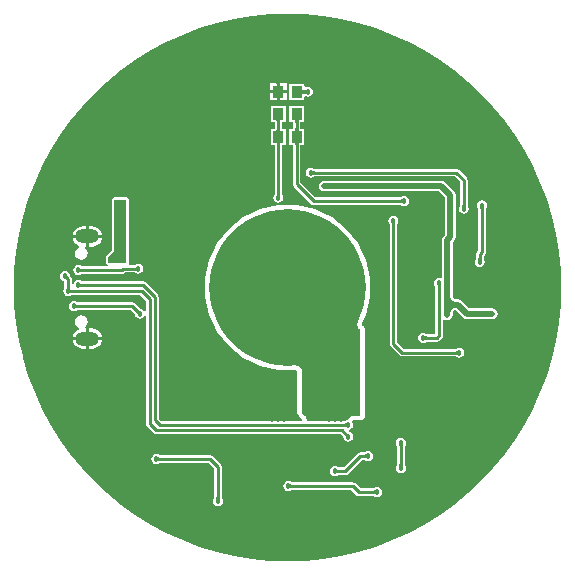
<source format=gbr>
G04 Layer_Physical_Order=1*
G04 Layer_Color=255*
%FSLAX25Y25*%
%MOIN*%
%TF.FileFunction,Copper,L1,Top,Signal*%
%TF.Part,Single*%
G01*
G75*
%TA.AperFunction,SMDPad*%
%ADD10R,0.03661X0.03858*%
%ADD11C,0.01000*%
%ADD12C,0.02000*%
%TA.AperFunction,ViaPad*%
%ADD13O,0.07874X0.04724*%
%TA.AperFunction,ViaPad*%
%ADD14O,0.07087X0.04724*%
%TA.AperFunction,ViaPad*%
%ADD15R,0.00394X0.00394*%
%TA.AperFunction,ConnectorPad*%
%ADD16C,0.44488*%
%TA.AperFunction,ViaPad*%
%ADD17C,0.01800*%
G36*
X399670Y484774D02*
X405614Y484189D01*
X411506Y483216D01*
X417323Y481859D01*
X423038Y480126D01*
X428628Y478022D01*
X434068Y475557D01*
X439335Y472742D01*
X444407Y469588D01*
X449262Y466109D01*
X453878Y462320D01*
X458237Y458237D01*
X462320Y453878D01*
X466109Y449262D01*
X469588Y444407D01*
X472742Y439335D01*
X475557Y434068D01*
X478022Y428628D01*
X480126Y423038D01*
X481859Y417323D01*
X483216Y411506D01*
X484189Y405614D01*
X484774Y399670D01*
X484969Y393701D01*
X484774Y387732D01*
X484189Y381788D01*
X483216Y375895D01*
X481859Y370079D01*
X480126Y364364D01*
X478022Y358774D01*
X475557Y353334D01*
X472742Y348066D01*
X469588Y342995D01*
X466109Y338140D01*
X462320Y333523D01*
X458237Y329164D01*
X453878Y325081D01*
X449262Y321293D01*
X444407Y317814D01*
X439335Y314660D01*
X434068Y311844D01*
X428628Y309380D01*
X423038Y307276D01*
X417323Y305542D01*
X411506Y304186D01*
X405614Y303213D01*
X399670Y302628D01*
X393701Y302432D01*
X387732Y302628D01*
X381788Y303213D01*
X375895Y304186D01*
X370079Y305542D01*
X364364Y307276D01*
X358774Y309380D01*
X353334Y311844D01*
X348066Y314660D01*
X342995Y317814D01*
X338140Y321293D01*
X333523Y325081D01*
X329164Y329164D01*
X325081Y333523D01*
X321293Y338140D01*
X317814Y342995D01*
X314660Y348066D01*
X311844Y353334D01*
X309380Y358774D01*
X307276Y364364D01*
X305542Y370079D01*
X305444Y370500D01*
X305391Y370725D01*
X304186Y375895D01*
X303213Y381788D01*
X302628Y387732D01*
X302432Y393701D01*
X302628Y399670D01*
X303213Y405614D01*
X304186Y411506D01*
X305542Y417323D01*
X307276Y423038D01*
X309380Y428628D01*
X311844Y434068D01*
X314660Y439335D01*
X317814Y444407D01*
X321293Y449262D01*
X325081Y453878D01*
X329164Y458237D01*
X333523Y462320D01*
X338140Y466109D01*
X342995Y469588D01*
X348066Y472742D01*
X353334Y475557D01*
X358774Y478022D01*
X364364Y480126D01*
X370079Y481859D01*
X375895Y483216D01*
X381788Y484189D01*
X387732Y484774D01*
X393701Y484969D01*
X399670Y484774D01*
D02*
G37*
%LPC*%
G36*
X458532Y422714D02*
X457888Y422586D01*
X457342Y422221D01*
X456977Y421675D01*
X456849Y421032D01*
X456977Y420388D01*
X457253Y419975D01*
X457257Y419923D01*
Y406059D01*
X456874Y405677D01*
X456598Y405263D01*
X456501Y404776D01*
Y403311D01*
X456498Y403283D01*
X456221Y402868D01*
X456093Y402224D01*
X456221Y401581D01*
X456586Y401035D01*
X457132Y400670D01*
X457776Y400542D01*
X458419Y400670D01*
X458965Y401035D01*
X459330Y401581D01*
X459458Y402224D01*
X459330Y402868D01*
X459054Y403281D01*
X459050Y403333D01*
Y404248D01*
X459433Y404630D01*
X459709Y405044D01*
X459806Y405532D01*
Y419945D01*
X459809Y419973D01*
X460086Y420388D01*
X460214Y421032D01*
X460086Y421675D01*
X459721Y422221D01*
X459175Y422586D01*
X458532Y422714D01*
D02*
G37*
G36*
X340000Y423765D02*
X336000D01*
X335707Y423706D01*
X335459Y423541D01*
X335294Y423293D01*
X335235Y423000D01*
Y419000D01*
Y406317D01*
X333459Y404541D01*
X333294Y404293D01*
X333235Y404000D01*
Y402000D01*
X333294Y401707D01*
X333459Y401459D01*
X333707Y401294D01*
X333803Y401274D01*
X333754Y400774D01*
X325062D01*
X324644Y401054D01*
X324000Y401182D01*
X323356Y401054D01*
X322810Y400690D01*
X322446Y400144D01*
X322318Y399500D01*
X322446Y398856D01*
X322810Y398310D01*
X323356Y397946D01*
X324000Y397818D01*
X324644Y397946D01*
X325062Y398225D01*
X338500D01*
X338988Y398323D01*
X339401Y398599D01*
X339528Y398726D01*
X342937D01*
X343356Y398446D01*
X344000Y398318D01*
X344644Y398446D01*
X345190Y398810D01*
X345554Y399356D01*
X345682Y400000D01*
X345554Y400644D01*
X345190Y401190D01*
X344644Y401554D01*
X344000Y401682D01*
X343356Y401554D01*
X342937Y401274D01*
X341019D01*
X340780Y401605D01*
X340720Y401775D01*
X340765Y402000D01*
Y423000D01*
X340706Y423293D01*
X340541Y423541D01*
X340293Y423706D01*
X340000Y423765D01*
D02*
G37*
G36*
X328603Y380084D02*
X327628D01*
Y377293D01*
X331915D01*
X331878Y377571D01*
X331539Y378388D01*
X331000Y379091D01*
X330298Y379630D01*
X329480Y379968D01*
X328603Y380084D01*
D02*
G37*
G36*
X445000Y429284D02*
X406000D01*
X405317Y429148D01*
X404738Y428762D01*
X404352Y428183D01*
X404216Y427500D01*
X404352Y426817D01*
X404738Y426238D01*
X405317Y425851D01*
X406000Y425716D01*
X444261D01*
X446216Y423761D01*
Y411239D01*
X445738Y410762D01*
X445352Y410183D01*
X445216Y409500D01*
Y397128D01*
X444716Y396828D01*
X444240Y396922D01*
X443596Y396794D01*
X443051Y396430D01*
X442686Y395884D01*
X442558Y395240D01*
X442686Y394596D01*
X442962Y394184D01*
X442966Y394132D01*
Y378268D01*
X442885Y378188D01*
X440000D01*
X439972Y378191D01*
X439557Y378468D01*
X438913Y378596D01*
X438270Y378468D01*
X437724Y378103D01*
X437359Y377557D01*
X437231Y376913D01*
X437359Y376270D01*
X437724Y375724D01*
X438270Y375359D01*
X438913Y375231D01*
X439557Y375359D01*
X439970Y375635D01*
X440022Y375639D01*
X443413D01*
X443901Y375736D01*
X444315Y376012D01*
X445141Y376839D01*
X445418Y377252D01*
X445515Y377740D01*
Y382786D01*
X446015Y383054D01*
X446317Y382852D01*
X447000Y382716D01*
X447683Y382852D01*
X448262Y383238D01*
X448649Y383817D01*
X448784Y384500D01*
Y385311D01*
X448823Y385532D01*
X448885Y385716D01*
X448958Y385853D01*
X449043Y385957D01*
X449147Y386042D01*
X449284Y386115D01*
X449468Y386177D01*
X449689Y386216D01*
X449761D01*
X452238Y383738D01*
X452817Y383351D01*
X453500Y383216D01*
X462000D01*
X462683Y383351D01*
X463262Y383738D01*
X463649Y384317D01*
X463784Y385000D01*
X463649Y385683D01*
X463262Y386262D01*
X462683Y386649D01*
X462000Y386784D01*
X454239D01*
X451762Y389262D01*
X451183Y389649D01*
X450500Y389784D01*
X449689D01*
X449468Y389823D01*
X449284Y389885D01*
X449147Y389958D01*
X449043Y390043D01*
X448958Y390147D01*
X448885Y390284D01*
X448823Y390468D01*
X448784Y390689D01*
Y408761D01*
X449262Y409238D01*
X449262Y409238D01*
X449649Y409817D01*
X449784Y410500D01*
Y424500D01*
X449649Y425183D01*
X449262Y425762D01*
X446262Y428762D01*
X445683Y429148D01*
X445000Y429284D01*
D02*
G37*
G36*
X326428Y410109D02*
X322141D01*
X322177Y409831D01*
X322516Y409013D01*
X323055Y408311D01*
X323757Y407772D01*
X324164Y407604D01*
X324113Y407084D01*
X324111Y407083D01*
X323407Y406613D01*
X322937Y405909D01*
X322771Y405079D01*
X322937Y404249D01*
X323407Y403545D01*
X324111Y403074D01*
X324941Y402909D01*
X325771Y403074D01*
X326475Y403545D01*
X326945Y404249D01*
X327111Y405079D01*
X326945Y405909D01*
X326475Y406613D01*
X326169Y406818D01*
X326321Y407318D01*
X326428D01*
Y410109D01*
D02*
G37*
G36*
X328603Y414100D02*
X327628D01*
Y411309D01*
X331915D01*
X331878Y411587D01*
X331539Y412404D01*
X331000Y413107D01*
X330298Y413646D01*
X329480Y413984D01*
X328603Y414100D01*
D02*
G37*
G36*
X401500Y433682D02*
X400856Y433554D01*
X400310Y433190D01*
X399946Y432644D01*
X399818Y432000D01*
X399946Y431356D01*
X400310Y430810D01*
X400856Y430446D01*
X401500Y430318D01*
X402144Y430446D01*
X402557Y430722D01*
X402608Y430725D01*
X449472D01*
X451194Y429004D01*
Y421055D01*
X451191Y421027D01*
X450914Y420612D01*
X450786Y419969D01*
X450914Y419325D01*
X451279Y418779D01*
X451825Y418414D01*
X452468Y418286D01*
X453112Y418414D01*
X453658Y418779D01*
X454023Y419325D01*
X454151Y419969D01*
X454023Y420612D01*
X453747Y421025D01*
X453743Y421077D01*
Y429531D01*
X453646Y430019D01*
X453370Y430433D01*
X450901Y432901D01*
X450488Y433178D01*
X450000Y433275D01*
X402587D01*
X402558Y433277D01*
X402144Y433554D01*
X401500Y433682D01*
D02*
G37*
G36*
X331915Y410109D02*
X327628D01*
Y407318D01*
X328603D01*
X329480Y407433D01*
X330298Y407772D01*
X331000Y408311D01*
X331539Y409013D01*
X331878Y409831D01*
X331915Y410109D01*
D02*
G37*
G36*
X326428Y414100D02*
X325453D01*
X324575Y413984D01*
X323757Y413646D01*
X323055Y413107D01*
X322516Y412404D01*
X322177Y411587D01*
X322141Y411309D01*
X326428D01*
Y414100D01*
D02*
G37*
G36*
X431500Y343682D02*
X430856Y343554D01*
X430310Y343190D01*
X429946Y342644D01*
X429818Y342000D01*
X429946Y341356D01*
X430222Y340943D01*
X430226Y340892D01*
Y334587D01*
X430223Y334558D01*
X429946Y334144D01*
X429818Y333500D01*
X429946Y332856D01*
X430310Y332310D01*
X430856Y331946D01*
X431500Y331818D01*
X432144Y331946D01*
X432690Y332310D01*
X433054Y332856D01*
X433182Y333500D01*
X433054Y334144D01*
X432779Y334557D01*
X432774Y334608D01*
Y340914D01*
X432777Y340942D01*
X433054Y341356D01*
X433182Y342000D01*
X433054Y342644D01*
X432690Y343190D01*
X432144Y343554D01*
X431500Y343682D01*
D02*
G37*
G36*
X420500Y339182D02*
X419856Y339054D01*
X419444Y338778D01*
X419392Y338774D01*
X418000D01*
X417512Y338678D01*
X417099Y338401D01*
X412472Y333774D01*
X410587D01*
X410558Y333777D01*
X410144Y334054D01*
X409500Y334182D01*
X408856Y334054D01*
X408310Y333690D01*
X407946Y333144D01*
X407818Y332500D01*
X407946Y331856D01*
X408310Y331310D01*
X408856Y330946D01*
X409500Y330818D01*
X410144Y330946D01*
X410557Y331222D01*
X410608Y331225D01*
X413000D01*
X413488Y331323D01*
X413901Y331599D01*
X418528Y336226D01*
X419414D01*
X419442Y336223D01*
X419856Y335946D01*
X420500Y335818D01*
X421144Y335946D01*
X421690Y336310D01*
X422054Y336856D01*
X422182Y337500D01*
X422054Y338144D01*
X421690Y338690D01*
X421144Y339054D01*
X420500Y339182D01*
D02*
G37*
G36*
X350000Y338182D02*
X349356Y338054D01*
X348810Y337690D01*
X348446Y337144D01*
X348318Y336500D01*
X348446Y335856D01*
X348810Y335310D01*
X349356Y334946D01*
X350000Y334818D01*
X350644Y334946D01*
X351057Y335222D01*
X351108Y335226D01*
X367472D01*
X369226Y333472D01*
Y323585D01*
X369221Y323541D01*
X368977Y323175D01*
X368849Y322532D01*
X368977Y321888D01*
X369342Y321342D01*
X369888Y320977D01*
X370532Y320849D01*
X371175Y320977D01*
X371721Y321342D01*
X372086Y321888D01*
X372214Y322532D01*
X372086Y323175D01*
X371777Y323637D01*
X371775Y323670D01*
Y334000D01*
X371677Y334488D01*
X371401Y334901D01*
X368901Y337401D01*
X368488Y337678D01*
X368000Y337774D01*
X351086D01*
X351058Y337777D01*
X350644Y338054D01*
X350000Y338182D01*
D02*
G37*
G36*
X394000Y329182D02*
X393356Y329054D01*
X392810Y328690D01*
X392446Y328144D01*
X392318Y327500D01*
X392446Y326856D01*
X392810Y326310D01*
X393356Y325946D01*
X394000Y325818D01*
X394644Y325946D01*
X395057Y326221D01*
X395108Y326225D01*
X414972D01*
X416599Y324599D01*
X417012Y324323D01*
X417500Y324225D01*
X422413D01*
X422442Y324223D01*
X422856Y323946D01*
X423500Y323818D01*
X424144Y323946D01*
X424690Y324310D01*
X425054Y324856D01*
X425182Y325500D01*
X425054Y326144D01*
X424690Y326690D01*
X424144Y327054D01*
X423500Y327182D01*
X422856Y327054D01*
X422443Y326779D01*
X422392Y326775D01*
X418028D01*
X416401Y328401D01*
X415988Y328678D01*
X415500Y328774D01*
X395087D01*
X395058Y328777D01*
X394644Y329054D01*
X394000Y329182D01*
D02*
G37*
G36*
X393701Y421339D02*
X390606Y421166D01*
X387551Y420646D01*
X384572Y419788D01*
X381709Y418602D01*
X378996Y417103D01*
X376468Y415309D01*
X374157Y413244D01*
X372092Y410933D01*
X370299Y408405D01*
X368799Y405693D01*
X367613Y402829D01*
X366755Y399851D01*
X366236Y396795D01*
X366062Y393701D01*
X366236Y390606D01*
X366755Y387551D01*
X367613Y384572D01*
X368799Y381709D01*
X370299Y378996D01*
X372092Y376468D01*
X374157Y374157D01*
X376468Y372092D01*
X378996Y370299D01*
X381709Y368799D01*
X384572Y367613D01*
X387551Y366755D01*
X390606Y366236D01*
X393701Y366062D01*
X396471Y366218D01*
X396971Y365808D01*
Y362500D01*
Y352000D01*
X397087Y351415D01*
X397419Y350919D01*
X398419Y349919D01*
X398460Y349891D01*
X398565Y349219D01*
X398490Y349125D01*
X351678D01*
X350775Y350028D01*
Y390500D01*
X350677Y390988D01*
X350401Y391401D01*
X346344Y395459D01*
X345930Y395735D01*
X345443Y395832D01*
X325062D01*
X324644Y396112D01*
X324000Y396240D01*
X323356Y396112D01*
X322810Y395747D01*
X322446Y395201D01*
X322367Y394806D01*
X321867Y394855D01*
Y396407D01*
X321770Y396895D01*
X321494Y397308D01*
X321152Y397650D01*
X321054Y398144D01*
X320690Y398690D01*
X320144Y399054D01*
X319500Y399182D01*
X318856Y399054D01*
X318310Y398690D01*
X317946Y398144D01*
X317818Y397500D01*
X317946Y396856D01*
X318310Y396310D01*
X318856Y395946D01*
X319318Y395854D01*
Y393470D01*
X319038Y393051D01*
X318910Y392407D01*
X319038Y391763D01*
X319403Y391218D01*
X319949Y390853D01*
X320593Y390725D01*
X321236Y390853D01*
X321655Y391133D01*
X344590D01*
X346476Y389247D01*
Y385894D01*
X345975Y385762D01*
X345690Y386190D01*
X345144Y386554D01*
X344650Y386652D01*
X342901Y388401D01*
X342488Y388678D01*
X342000Y388774D01*
X323563D01*
X323144Y389054D01*
X322500Y389182D01*
X321856Y389054D01*
X321310Y388690D01*
X320946Y388144D01*
X320818Y387500D01*
X320946Y386856D01*
X321310Y386310D01*
X321856Y385946D01*
X322500Y385818D01*
X323144Y385946D01*
X323563Y386226D01*
X341472D01*
X342847Y384850D01*
X342946Y384356D01*
X343310Y383810D01*
X343856Y383446D01*
X344500Y383318D01*
X345144Y383446D01*
X345690Y383810D01*
X345975Y384238D01*
X346476Y384106D01*
Y348275D01*
X346572Y347787D01*
X346849Y347374D01*
X349024Y345199D01*
X349437Y344922D01*
X349925Y344826D01*
X411372D01*
X412330Y343867D01*
X412348Y343845D01*
X412446Y343356D01*
X412810Y342810D01*
X413356Y342446D01*
X414000Y342318D01*
X414644Y342446D01*
X415190Y342810D01*
X415554Y343356D01*
X415682Y344000D01*
X415554Y344644D01*
X415190Y345190D01*
X414644Y345554D01*
X414355Y345612D01*
X414194Y345872D01*
X414424Y346402D01*
X414644Y346446D01*
X415190Y346810D01*
X415554Y347356D01*
X415682Y348000D01*
X415554Y348644D01*
X415336Y348971D01*
X415600Y349471D01*
X418000D01*
X418585Y349587D01*
X419081Y349919D01*
X419413Y350415D01*
X419529Y351000D01*
Y359000D01*
Y364500D01*
Y379618D01*
X419508Y379724D01*
X419514Y379832D01*
X419451Y380014D01*
X419413Y380204D01*
X419353Y380293D01*
X419317Y380395D01*
X419189Y380539D01*
X419081Y380700D01*
X418992Y380760D01*
X418920Y380840D01*
X418746Y380924D01*
X418585Y381031D01*
X418511Y381476D01*
X418517Y381554D01*
X418602Y381709D01*
X419788Y384572D01*
X420646Y387551D01*
X421166Y390606D01*
X421339Y393701D01*
X421166Y396795D01*
X420646Y399851D01*
X419788Y402829D01*
X418602Y405693D01*
X417103Y408405D01*
X415309Y410933D01*
X413244Y413244D01*
X410933Y415309D01*
X408405Y417103D01*
X405693Y418602D01*
X402829Y419788D01*
X399851Y420646D01*
X396795Y421166D01*
X393701Y421339D01*
D02*
G37*
G36*
X331915Y376093D02*
X327628D01*
Y373302D01*
X328603D01*
X329480Y373417D01*
X330298Y373756D01*
X331000Y374295D01*
X331539Y374997D01*
X331878Y375815D01*
X331915Y376093D01*
D02*
G37*
G36*
X324941Y384492D02*
X324111Y384327D01*
X323407Y383857D01*
X322937Y383153D01*
X322771Y382323D01*
X322937Y381492D01*
X323407Y380789D01*
X324111Y380318D01*
X324113Y380318D01*
X324164Y379798D01*
X323757Y379630D01*
X323055Y379091D01*
X322516Y378388D01*
X322177Y377571D01*
X322141Y377293D01*
X326428D01*
Y380084D01*
X326321D01*
X326169Y380584D01*
X326475Y380789D01*
X326945Y381492D01*
X327111Y382323D01*
X326945Y383153D01*
X326475Y383857D01*
X325771Y384327D01*
X324941Y384492D01*
D02*
G37*
G36*
X429000Y417682D02*
X428356Y417554D01*
X427810Y417190D01*
X427446Y416644D01*
X427318Y416000D01*
X427446Y415356D01*
X427722Y414944D01*
X427726Y414892D01*
Y375000D01*
X427822Y374512D01*
X428099Y374099D01*
X431099Y371099D01*
X431512Y370823D01*
X432000Y370725D01*
X449914D01*
X449942Y370723D01*
X450356Y370446D01*
X451000Y370318D01*
X451644Y370446D01*
X452190Y370810D01*
X452554Y371356D01*
X452682Y372000D01*
X452554Y372644D01*
X452190Y373190D01*
X451644Y373554D01*
X451000Y373682D01*
X450356Y373554D01*
X449943Y373278D01*
X449892Y373274D01*
X432528D01*
X430274Y375528D01*
Y414914D01*
X430277Y414942D01*
X430554Y415356D01*
X430682Y416000D01*
X430554Y416644D01*
X430190Y417190D01*
X429644Y417554D01*
X429000Y417682D01*
D02*
G37*
G36*
X326428Y376093D02*
X322141D01*
X322177Y375815D01*
X322516Y374997D01*
X323055Y374295D01*
X323757Y373756D01*
X324575Y373417D01*
X325453Y373302D01*
X326428D01*
Y376093D01*
D02*
G37*
G36*
X393250Y454179D02*
X388089D01*
Y448821D01*
X389393D01*
X389395Y448797D01*
Y446703D01*
X389393Y446679D01*
X388089D01*
Y441321D01*
X389392D01*
X389395Y441294D01*
Y424756D01*
X389392Y424728D01*
X389115Y424313D01*
X388987Y423669D01*
X389115Y423026D01*
X389480Y422480D01*
X390025Y422115D01*
X390669Y421987D01*
X391313Y422115D01*
X391859Y422480D01*
X392224Y423026D01*
X392352Y423669D01*
X392224Y424313D01*
X391948Y424726D01*
X391944Y424778D01*
Y441294D01*
X391946Y441321D01*
X393250D01*
Y446679D01*
X391946D01*
X391944Y446703D01*
Y448797D01*
X391946Y448821D01*
X393250D01*
Y454179D01*
D02*
G37*
G36*
X390069Y458400D02*
X387839D01*
Y456071D01*
X390069D01*
Y458400D01*
D02*
G37*
G36*
X393500D02*
X391269D01*
Y456071D01*
X393500D01*
Y458400D01*
D02*
G37*
G36*
X399313Y461679D02*
X394152D01*
Y456321D01*
X399313D01*
Y457207D01*
X399813Y457475D01*
X399856Y457446D01*
X400500Y457318D01*
X401144Y457446D01*
X401690Y457810D01*
X402054Y458356D01*
X402182Y459000D01*
X402054Y459644D01*
X401690Y460190D01*
X401144Y460554D01*
X400500Y460682D01*
X399856Y460554D01*
X399813Y460525D01*
X399313Y460793D01*
Y461679D01*
D02*
G37*
G36*
X390069Y461929D02*
X387839D01*
Y459600D01*
X390069D01*
Y461929D01*
D02*
G37*
G36*
X393500D02*
X391269D01*
Y459600D01*
X393500D01*
Y461929D01*
D02*
G37*
G36*
X399313Y454179D02*
X394152D01*
Y448821D01*
X395456D01*
X395458Y448797D01*
Y446703D01*
X395456Y446679D01*
X394152D01*
Y441321D01*
X395455D01*
X395458Y441294D01*
Y428268D01*
X395555Y427780D01*
X395831Y427366D01*
X401599Y421599D01*
X402012Y421322D01*
X402500Y421226D01*
X431414D01*
X431442Y421223D01*
X431856Y420946D01*
X432500Y420818D01*
X433144Y420946D01*
X433690Y421310D01*
X434054Y421856D01*
X434182Y422500D01*
X434054Y423144D01*
X433690Y423690D01*
X433144Y424054D01*
X432500Y424182D01*
X431856Y424054D01*
X431444Y423778D01*
X431392Y423774D01*
X403028D01*
X398007Y428796D01*
Y441294D01*
X398009Y441321D01*
X399313D01*
Y446679D01*
X398009D01*
X398007Y446703D01*
Y448797D01*
X398009Y448821D01*
X399313D01*
Y454179D01*
D02*
G37*
%LPD*%
G36*
X432105Y341328D02*
X432083Y341291D01*
X432064Y341246D01*
X432047Y341193D01*
X432032Y341132D01*
X432021Y341064D01*
X432005Y340903D01*
X432001Y340811D01*
X432000Y340712D01*
X431000D01*
X430999Y340811D01*
X430979Y341064D01*
X430968Y341132D01*
X430953Y341193D01*
X430936Y341246D01*
X430917Y341291D01*
X430895Y341328D01*
X430870Y341357D01*
X432130D01*
X432105Y341328D01*
D02*
G37*
G36*
X419857Y336870D02*
X419828Y336895D01*
X419791Y336917D01*
X419746Y336936D01*
X419693Y336953D01*
X419632Y336967D01*
X419564Y336979D01*
X419403Y336995D01*
X419311Y336999D01*
X419212Y337000D01*
Y338000D01*
X419311Y338001D01*
X419564Y338021D01*
X419632Y338033D01*
X419693Y338047D01*
X419746Y338064D01*
X419791Y338083D01*
X419828Y338105D01*
X419857Y338130D01*
Y336870D01*
D02*
G37*
G36*
X396624Y419643D02*
X399510Y419153D01*
X402323Y418342D01*
X405028Y417222D01*
X407590Y415806D01*
X409978Y414112D01*
X412161Y412161D01*
X414112Y409978D01*
X415806Y407590D01*
X417222Y405028D01*
X418342Y402323D01*
X419153Y399510D01*
X419643Y396624D01*
X419808Y393701D01*
X419643Y390778D01*
X419153Y387892D01*
X418342Y385078D01*
X417222Y382373D01*
X417178Y382294D01*
X417169Y382266D01*
X417151Y382243D01*
X417079Y381983D01*
X417042Y381868D01*
X417021Y381820D01*
X417020Y381798D01*
X416997Y381725D01*
X416999Y381696D01*
X416992Y381668D01*
X416986Y381589D01*
X417008Y381407D01*
X417002Y381223D01*
X417077Y380779D01*
X417085Y380757D01*
Y380733D01*
X417191Y380479D01*
X417288Y380221D01*
X417305Y380204D01*
X417314Y380182D01*
X417508Y379987D01*
X417697Y379786D01*
X417719Y379776D01*
X417736Y379760D01*
X417896Y379652D01*
X417943Y379633D01*
X418000Y379618D01*
Y364500D01*
Y359000D01*
Y351000D01*
X415600D01*
X415377Y350956D01*
X415150Y350932D01*
X415087Y350898D01*
X415015Y350884D01*
X414826Y350757D01*
X414625Y350649D01*
X414579Y350592D01*
X414519Y350552D01*
X414393Y350363D01*
X414249Y350186D01*
X413984Y349686D01*
X413982Y349679D01*
X413356Y349554D01*
X412810Y349190D01*
X412767Y349125D01*
X400564D01*
X400248Y349302D01*
X400076Y349455D01*
X399971Y350127D01*
X399960Y350157D01*
Y350189D01*
X399858Y350436D01*
X399766Y350687D01*
X399744Y350711D01*
X399732Y350740D01*
X399556Y350916D01*
X399500Y351000D01*
X398606Y351893D01*
X398500Y352000D01*
Y352151D01*
Y362500D01*
Y365808D01*
X398485Y365882D01*
X398493Y365958D01*
X398427Y366173D01*
X398384Y366393D01*
X398341Y366456D01*
X398319Y366529D01*
X398177Y366703D01*
X398052Y366889D01*
X397989Y366931D01*
X397940Y366990D01*
X397440Y367400D01*
X397205Y367526D01*
X396976Y367661D01*
X396943Y367666D01*
X396914Y367681D01*
X396649Y367707D01*
X396385Y367745D01*
X393701Y367594D01*
X390778Y367758D01*
X387892Y368249D01*
X385078Y369059D01*
X382373Y370179D01*
X379811Y371596D01*
X377424Y373290D01*
X375240Y375240D01*
X373290Y377424D01*
X371596Y379811D01*
X370179Y382373D01*
X369059Y385078D01*
X368249Y387892D01*
X367758Y390778D01*
X367594Y393701D01*
X367758Y396624D01*
X368249Y399510D01*
X369059Y402323D01*
X370179Y405028D01*
X371596Y407590D01*
X373290Y409978D01*
X375240Y412161D01*
X377424Y414112D01*
X379811Y415806D01*
X382373Y417222D01*
X385078Y418342D01*
X387892Y419153D01*
X390778Y419643D01*
X393701Y419808D01*
X396624Y419643D01*
D02*
G37*
G36*
X413471Y347272D02*
X413446Y347287D01*
X413411Y347300D01*
X413369Y347312D01*
X413318Y347322D01*
X413259Y347330D01*
X413115Y347343D01*
X412838Y347350D01*
X412631Y348350D01*
X412730Y348352D01*
X412904Y348365D01*
X412980Y348376D01*
X413047Y348391D01*
X413106Y348409D01*
X413157Y348430D01*
X413200Y348455D01*
X413234Y348483D01*
X413261Y348514D01*
X413471Y347272D01*
D02*
G37*
G36*
X413514Y345195D02*
X413706Y345030D01*
X413763Y344990D01*
X413816Y344957D01*
X413865Y344932D01*
X413911Y344914D01*
X413953Y344903D01*
X413991Y344900D01*
X413100Y344009D01*
X413097Y344047D01*
X413086Y344089D01*
X413068Y344135D01*
X413043Y344184D01*
X413010Y344237D01*
X412970Y344294D01*
X412867Y344418D01*
X412805Y344486D01*
X412736Y344557D01*
X413443Y345265D01*
X413514Y345195D01*
D02*
G37*
G36*
X350672Y337105D02*
X350709Y337083D01*
X350754Y337064D01*
X350807Y337047D01*
X350868Y337033D01*
X350936Y337021D01*
X351097Y337005D01*
X351189Y337001D01*
X351288Y337000D01*
Y336000D01*
X351189Y335999D01*
X350936Y335979D01*
X350868Y335967D01*
X350807Y335953D01*
X350754Y335936D01*
X350709Y335917D01*
X350672Y335895D01*
X350643Y335870D01*
Y337130D01*
X350672Y337105D01*
D02*
G37*
G36*
X422857Y324870D02*
X422828Y324895D01*
X422791Y324917D01*
X422746Y324936D01*
X422693Y324953D01*
X422632Y324968D01*
X422564Y324979D01*
X422403Y324995D01*
X422311Y324999D01*
X422212Y325000D01*
Y326000D01*
X422311Y326001D01*
X422564Y326021D01*
X422632Y326032D01*
X422693Y326047D01*
X422746Y326064D01*
X422791Y326083D01*
X422828Y326105D01*
X422857Y326130D01*
Y324870D01*
D02*
G37*
G36*
X398549Y459905D02*
X398580Y459820D01*
X398630Y459745D01*
X398701Y459680D01*
X398792Y459625D01*
X398903Y459580D01*
X399035Y459545D01*
X399187Y459520D01*
X399359Y459505D01*
X399359Y459505D01*
X399564Y459521D01*
X399632Y459532D01*
X399693Y459547D01*
X399746Y459564D01*
X399791Y459583D01*
X399828Y459605D01*
X399857Y459630D01*
Y458370D01*
X399828Y458395D01*
X399791Y458417D01*
X399746Y458436D01*
X399693Y458453D01*
X399632Y458467D01*
X399564Y458479D01*
X399403Y458495D01*
X399383Y458496D01*
X399359Y458495D01*
X399187Y458480D01*
X399035Y458455D01*
X398903Y458420D01*
X398792Y458375D01*
X398701Y458320D01*
X398630Y458255D01*
X398580Y458180D01*
X398549Y458095D01*
X398539Y458000D01*
Y460000D01*
X398549Y459905D01*
D02*
G37*
G36*
X371001Y323740D02*
X371022Y323488D01*
X371035Y323420D01*
X371050Y323360D01*
X371068Y323307D01*
X371089Y323262D01*
X371112Y323225D01*
X371139Y323196D01*
X369879Y323152D01*
X369902Y323181D01*
X369923Y323218D01*
X369941Y323263D01*
X369957Y323316D01*
X369970Y323377D01*
X369981Y323445D01*
X369995Y323606D01*
X370000Y323798D01*
X371000Y323840D01*
X371001Y323740D01*
D02*
G37*
G36*
X432001Y334689D02*
X432021Y334436D01*
X432032Y334368D01*
X432047Y334307D01*
X432064Y334254D01*
X432083Y334209D01*
X432105Y334172D01*
X432130Y334143D01*
X430870D01*
X430895Y334172D01*
X430917Y334209D01*
X430936Y334254D01*
X430953Y334307D01*
X430968Y334368D01*
X430979Y334436D01*
X430995Y334597D01*
X430999Y334689D01*
X431000Y334788D01*
X432000D01*
X432001Y334689D01*
D02*
G37*
G36*
X410172Y333105D02*
X410209Y333083D01*
X410254Y333064D01*
X410307Y333047D01*
X410368Y333032D01*
X410436Y333021D01*
X410597Y333005D01*
X410689Y333001D01*
X410788Y333000D01*
Y332000D01*
X410689Y331999D01*
X410436Y331979D01*
X410368Y331967D01*
X410307Y331953D01*
X410254Y331936D01*
X410209Y331917D01*
X410172Y331895D01*
X410143Y331870D01*
Y333130D01*
X410172Y333105D01*
D02*
G37*
G36*
X394672Y328105D02*
X394709Y328083D01*
X394754Y328064D01*
X394807Y328047D01*
X394868Y328032D01*
X394936Y328021D01*
X395097Y328005D01*
X395189Y328001D01*
X395288Y328000D01*
Y327000D01*
X395189Y326999D01*
X394936Y326979D01*
X394868Y326968D01*
X394807Y326953D01*
X394754Y326936D01*
X394709Y326917D01*
X394672Y326895D01*
X394643Y326870D01*
Y328130D01*
X394672Y328105D01*
D02*
G37*
G36*
X397637Y449585D02*
X397552Y449554D01*
X397477Y449504D01*
X397412Y449433D01*
X397357Y449342D01*
X397312Y449231D01*
X397277Y449099D01*
X397252Y448947D01*
X397237Y448775D01*
X397232Y448583D01*
X396232D01*
X396227Y448775D01*
X396212Y448947D01*
X396187Y449099D01*
X396152Y449231D01*
X396107Y449342D01*
X396052Y449433D01*
X395987Y449504D01*
X395912Y449554D01*
X395827Y449585D01*
X395732Y449595D01*
X397732D01*
X397637Y449585D01*
D02*
G37*
G36*
X340000Y402000D02*
X334000D01*
Y404000D01*
X334500Y404500D01*
X336000Y406000D01*
Y419000D01*
Y423000D01*
X340000D01*
Y402000D01*
D02*
G37*
G36*
X458277Y403413D02*
X458296Y403161D01*
X458308Y403092D01*
X458322Y403032D01*
X458339Y402979D01*
X458359Y402934D01*
X458381Y402896D01*
X458406Y402867D01*
X457146D01*
X457170Y402896D01*
X457192Y402934D01*
X457212Y402979D01*
X457229Y403032D01*
X457243Y403092D01*
X457255Y403161D01*
X457270Y403321D01*
X457274Y403413D01*
X457276Y403513D01*
X458276D01*
X458277Y403413D01*
D02*
G37*
G36*
X402172Y432605D02*
X402209Y432583D01*
X402254Y432564D01*
X402307Y432547D01*
X402368Y432533D01*
X402436Y432521D01*
X402597Y432505D01*
X402689Y432501D01*
X402788Y432500D01*
Y431500D01*
X402689Y431499D01*
X402436Y431479D01*
X402368Y431467D01*
X402307Y431453D01*
X402254Y431436D01*
X402209Y431417D01*
X402172Y431395D01*
X402143Y431370D01*
Y432630D01*
X402172Y432605D01*
D02*
G37*
G36*
X391171Y424858D02*
X391190Y424606D01*
X391202Y424537D01*
X391216Y424476D01*
X391233Y424424D01*
X391252Y424379D01*
X391275Y424341D01*
X391299Y424312D01*
X390039D01*
X390064Y424341D01*
X390086Y424379D01*
X390106Y424424D01*
X390123Y424476D01*
X390137Y424537D01*
X390148Y424606D01*
X390164Y424766D01*
X390168Y424858D01*
X390169Y424958D01*
X391169D01*
X391171Y424858D01*
D02*
G37*
G36*
X429605Y415328D02*
X429583Y415291D01*
X429564Y415246D01*
X429547Y415193D01*
X429532Y415132D01*
X429521Y415064D01*
X429505Y414903D01*
X429501Y414811D01*
X429500Y414712D01*
X428500D01*
X428499Y414811D01*
X428479Y415064D01*
X428468Y415132D01*
X428453Y415193D01*
X428436Y415246D01*
X428417Y415291D01*
X428395Y415328D01*
X428370Y415357D01*
X429630D01*
X429605Y415328D01*
D02*
G37*
G36*
X459137Y420359D02*
X459115Y420322D01*
X459095Y420277D01*
X459078Y420224D01*
X459064Y420164D01*
X459052Y420095D01*
X459037Y419935D01*
X459033Y419843D01*
X459031Y419743D01*
X458032D01*
X458030Y419843D01*
X458011Y420095D01*
X457999Y420164D01*
X457985Y420224D01*
X457968Y420277D01*
X457948Y420322D01*
X457926Y420359D01*
X457901Y420389D01*
X459162D01*
X459137Y420359D01*
D02*
G37*
G36*
X431857Y421870D02*
X431828Y421895D01*
X431791Y421917D01*
X431746Y421936D01*
X431693Y421953D01*
X431632Y421968D01*
X431564Y421979D01*
X431403Y421995D01*
X431311Y421999D01*
X431212Y422000D01*
Y423000D01*
X431311Y423001D01*
X431564Y423021D01*
X431632Y423033D01*
X431693Y423047D01*
X431746Y423064D01*
X431791Y423083D01*
X431828Y423105D01*
X431857Y423130D01*
Y421870D01*
D02*
G37*
G36*
X452970Y421157D02*
X452989Y420905D01*
X453001Y420836D01*
X453015Y420776D01*
X453032Y420723D01*
X453052Y420678D01*
X453074Y420641D01*
X453098Y420611D01*
X451838D01*
X451863Y420641D01*
X451885Y420678D01*
X451905Y420723D01*
X451922Y420776D01*
X451936Y420836D01*
X451948Y420905D01*
X451963Y421065D01*
X451967Y421157D01*
X451968Y421257D01*
X452969D01*
X452970Y421157D01*
D02*
G37*
G36*
X391574Y442073D02*
X391489Y442043D01*
X391414Y441993D01*
X391349Y441923D01*
X391294Y441833D01*
X391249Y441723D01*
X391214Y441593D01*
X391189Y441443D01*
X391174Y441273D01*
X391169Y441083D01*
X390169D01*
X390164Y441273D01*
X390149Y441443D01*
X390124Y441593D01*
X390089Y441723D01*
X390044Y441833D01*
X389989Y441923D01*
X389924Y441993D01*
X389849Y442043D01*
X389764Y442073D01*
X389669Y442083D01*
X391669D01*
X391574Y442073D01*
D02*
G37*
G36*
X397237Y446725D02*
X397252Y446553D01*
X397277Y446401D01*
X397312Y446269D01*
X397357Y446158D01*
X397412Y446067D01*
X397477Y445996D01*
X397552Y445946D01*
X397637Y445915D01*
X397732Y445905D01*
X395732D01*
X395827Y445915D01*
X395912Y445946D01*
X395987Y445996D01*
X396052Y446067D01*
X396107Y446158D01*
X396152Y446269D01*
X396187Y446401D01*
X396212Y446553D01*
X396227Y446725D01*
X396232Y446917D01*
X397232D01*
X397237Y446725D01*
D02*
G37*
G36*
X439585Y377519D02*
X439623Y377497D01*
X439668Y377477D01*
X439721Y377460D01*
X439781Y377446D01*
X439850Y377434D01*
X440010Y377419D01*
X440102Y377415D01*
X440202Y377413D01*
Y376413D01*
X440102Y376412D01*
X439850Y376393D01*
X439781Y376381D01*
X439721Y376367D01*
X439668Y376350D01*
X439623Y376330D01*
X439585Y376308D01*
X439556Y376283D01*
Y377543D01*
X439585Y377519D01*
D02*
G37*
G36*
X450357Y371370D02*
X450328Y371395D01*
X450291Y371417D01*
X450246Y371436D01*
X450193Y371453D01*
X450132Y371467D01*
X450064Y371479D01*
X449903Y371495D01*
X449811Y371499D01*
X449712Y371500D01*
Y372500D01*
X449811Y372501D01*
X450064Y372521D01*
X450132Y372533D01*
X450193Y372547D01*
X450246Y372564D01*
X450291Y372583D01*
X450328Y372605D01*
X450357Y372630D01*
Y371370D01*
D02*
G37*
G36*
X391574Y449585D02*
X391489Y449554D01*
X391414Y449504D01*
X391349Y449433D01*
X391294Y449342D01*
X391249Y449231D01*
X391214Y449099D01*
X391189Y448947D01*
X391174Y448775D01*
X391169Y448583D01*
X390169D01*
X390164Y448775D01*
X390149Y448947D01*
X390124Y449099D01*
X390089Y449231D01*
X390044Y449342D01*
X389989Y449433D01*
X389924Y449504D01*
X389849Y449554D01*
X389764Y449585D01*
X389669Y449595D01*
X391669D01*
X391574Y449585D01*
D02*
G37*
G36*
X448020Y390620D02*
X448080Y390280D01*
X448180Y389980D01*
X448320Y389720D01*
X448500Y389500D01*
X448720Y389320D01*
X448980Y389180D01*
X449280Y389080D01*
X449620Y389020D01*
X450000Y389000D01*
Y387000D01*
X449620Y386980D01*
X449280Y386920D01*
X448980Y386820D01*
X448720Y386680D01*
X448500Y386500D01*
X448320Y386280D01*
X448180Y386020D01*
X448080Y385720D01*
X448020Y385380D01*
X448000Y385000D01*
X446000Y388000D01*
X448000Y391000D01*
X448020Y390620D01*
D02*
G37*
G36*
X444845Y394568D02*
X444823Y394531D01*
X444804Y394486D01*
X444787Y394433D01*
X444773Y394372D01*
X444761Y394304D01*
X444745Y394144D01*
X444741Y394052D01*
X444740Y393952D01*
X443740D01*
X443739Y394052D01*
X443719Y394304D01*
X443708Y394372D01*
X443693Y394433D01*
X443677Y394486D01*
X443657Y394531D01*
X443635Y394568D01*
X443610Y394597D01*
X444870D01*
X444845Y394568D01*
D02*
G37*
G36*
X391174Y446725D02*
X391189Y446553D01*
X391214Y446401D01*
X391249Y446269D01*
X391294Y446158D01*
X391349Y446067D01*
X391414Y445996D01*
X391489Y445946D01*
X391574Y445915D01*
X391669Y445905D01*
X389669D01*
X389764Y445915D01*
X389849Y445946D01*
X389924Y445996D01*
X389989Y446067D01*
X390044Y446158D01*
X390089Y446269D01*
X390124Y446401D01*
X390149Y446553D01*
X390164Y446725D01*
X390169Y446917D01*
X391169D01*
X391174Y446725D01*
D02*
G37*
G36*
X397637Y442073D02*
X397552Y442043D01*
X397477Y441993D01*
X397412Y441923D01*
X397357Y441833D01*
X397312Y441723D01*
X397277Y441593D01*
X397252Y441443D01*
X397237Y441273D01*
X397232Y441083D01*
X396232D01*
X396227Y441273D01*
X396212Y441443D01*
X396187Y441593D01*
X396152Y441723D01*
X396107Y441833D01*
X396052Y441923D01*
X395987Y441993D01*
X395912Y442043D01*
X395827Y442073D01*
X395732Y442083D01*
X397732D01*
X397637Y442073D01*
D02*
G37*
D10*
X390669Y459000D02*
D03*
X396732D02*
D03*
X396732Y444000D02*
D03*
X390669D02*
D03*
X390669Y451500D02*
D03*
X396732D02*
D03*
D11*
X319500Y397500D02*
X320593Y396407D01*
Y392407D02*
Y396407D01*
X345443Y394557D02*
X349500Y390500D01*
X324000Y394557D02*
X345443D01*
X345118Y392407D02*
X347750Y389775D01*
X320593Y392407D02*
X345118D01*
X324000Y399500D02*
X338500D01*
X339000Y400000D01*
X344000D01*
X342000Y387500D02*
X344500Y385000D01*
X322500Y387500D02*
X342000D01*
X390669Y459000D02*
Y462331D01*
X432000Y372000D02*
X451000D01*
X429000Y375000D02*
X432000Y372000D01*
X429000Y375000D02*
Y416000D01*
X396732Y428268D02*
X402500Y422500D01*
X432500D01*
X390669Y423669D02*
Y451500D01*
X396732Y428268D02*
Y444000D01*
X396732Y444000D01*
Y451500D01*
Y459000D02*
X400500D01*
X401500Y432000D02*
X450000D01*
X457776Y402224D02*
Y404776D01*
X458532Y405532D01*
Y421032D01*
X452468Y419969D02*
Y429531D01*
X450000Y432000D02*
X452468Y429531D01*
X431500Y333500D02*
Y342000D01*
X438913Y376913D02*
X443413D01*
X444240Y377740D01*
Y395240D01*
X418000Y337500D02*
X420500D01*
X413000Y332500D02*
X418000Y337500D01*
X409500Y332500D02*
X413000D01*
X417500Y325500D02*
X423500D01*
X415500Y327500D02*
X417500Y325500D01*
X394000Y327500D02*
X415500D01*
X351150Y347850D02*
X413850D01*
X349500Y349500D02*
X351150Y347850D01*
X349500Y349500D02*
Y390500D01*
X347750Y348275D02*
X349925Y346100D01*
X347750Y348275D02*
Y389775D01*
X349925Y346100D02*
X411900D01*
X413850Y347850D02*
X414000Y348000D01*
X411900Y346100D02*
X414000Y344000D01*
X368000Y336500D02*
X370500Y334000D01*
Y322532D02*
Y334000D01*
X350000Y336500D02*
X368000D01*
D12*
X448000Y410500D02*
Y424500D01*
X445000Y427500D02*
X448000Y424500D01*
X447000Y409500D02*
X448000Y410500D01*
X447000Y388000D02*
Y409500D01*
Y384500D02*
Y388000D01*
X450500D01*
X453500Y385000D01*
X462000D01*
X406000Y427500D02*
X445000D01*
D13*
X327028Y376693D02*
D03*
Y410709D02*
D03*
D14*
X310571D02*
D03*
Y376693D02*
D03*
D15*
X324941Y382323D02*
D03*
Y405079D02*
D03*
D16*
X393701Y393701D02*
D03*
D17*
X407500Y350000D02*
D03*
X409500D02*
D03*
X411500D02*
D03*
X367000Y363000D02*
D03*
Y365000D02*
D03*
Y361000D02*
D03*
Y359000D02*
D03*
Y357000D02*
D03*
X375000D02*
D03*
X373000D02*
D03*
X371000D02*
D03*
X369000D02*
D03*
Y365000D02*
D03*
Y363000D02*
D03*
Y361000D02*
D03*
Y359000D02*
D03*
X371000D02*
D03*
X373000D02*
D03*
X375000D02*
D03*
X312000Y385500D02*
D03*
X310000D02*
D03*
X308000D02*
D03*
Y387500D02*
D03*
X310000D02*
D03*
X312000D02*
D03*
Y389500D02*
D03*
X310000D02*
D03*
X308000D02*
D03*
Y391500D02*
D03*
X310000D02*
D03*
X312000D02*
D03*
Y399500D02*
D03*
X310000D02*
D03*
X308000D02*
D03*
Y397500D02*
D03*
Y395500D02*
D03*
Y393500D02*
D03*
X310000D02*
D03*
X312000D02*
D03*
Y395500D02*
D03*
X310000D02*
D03*
Y397500D02*
D03*
X312000D02*
D03*
X335000Y403000D02*
D03*
X339000D02*
D03*
X337000D02*
D03*
Y420000D02*
D03*
X339000D02*
D03*
Y422000D02*
D03*
X337000D02*
D03*
X319500Y397500D02*
D03*
X320593Y392407D02*
D03*
X344500Y385000D02*
D03*
X344000Y400000D02*
D03*
X324000Y399500D02*
D03*
X322500Y387500D02*
D03*
X324000Y394557D02*
D03*
X448000Y424500D02*
D03*
X317500Y380000D02*
D03*
X319500D02*
D03*
X390669Y462331D02*
D03*
X451000Y372000D02*
D03*
X429000Y416000D02*
D03*
X432500Y422500D02*
D03*
X390669Y423669D02*
D03*
X400500Y459000D02*
D03*
X401500Y432000D02*
D03*
X457776Y402224D02*
D03*
X458532Y421032D02*
D03*
X452468Y419969D02*
D03*
X462000Y385000D02*
D03*
X452969Y381532D02*
D03*
X408000Y427500D02*
D03*
X431500Y342000D02*
D03*
Y333500D02*
D03*
X447000Y409500D02*
D03*
Y384500D02*
D03*
X438913Y376913D02*
D03*
X444240Y395240D02*
D03*
X423500Y325500D02*
D03*
X420500Y337500D02*
D03*
X409500Y332500D02*
D03*
X344000Y389500D02*
D03*
X406000Y427500D02*
D03*
X391000Y330000D02*
D03*
X418500Y332000D02*
D03*
Y334000D02*
D03*
X420500Y332000D02*
D03*
Y334000D02*
D03*
X394000Y327500D02*
D03*
X371000Y361000D02*
D03*
Y363000D02*
D03*
Y365000D02*
D03*
X373000D02*
D03*
Y363000D02*
D03*
Y361000D02*
D03*
X375000D02*
D03*
Y363000D02*
D03*
Y365000D02*
D03*
X403000Y337500D02*
D03*
X401000D02*
D03*
Y339500D02*
D03*
X403000D02*
D03*
Y341500D02*
D03*
X401000D02*
D03*
X399000D02*
D03*
Y339500D02*
D03*
Y337500D02*
D03*
X397000D02*
D03*
Y339500D02*
D03*
Y341500D02*
D03*
Y343500D02*
D03*
X399000D02*
D03*
X401000D02*
D03*
X403000D02*
D03*
X392500Y350000D02*
D03*
X390500D02*
D03*
X388500D02*
D03*
X414000Y348000D02*
D03*
Y344000D02*
D03*
X417000Y354000D02*
D03*
Y352000D02*
D03*
Y356000D02*
D03*
Y358000D02*
D03*
X415000Y352000D02*
D03*
X400500D02*
D03*
X413000D02*
D03*
X411000D02*
D03*
X409000D02*
D03*
X407000D02*
D03*
Y354000D02*
D03*
Y356000D02*
D03*
Y358000D02*
D03*
X317500Y382000D02*
D03*
X321500Y380000D02*
D03*
Y382000D02*
D03*
X319500D02*
D03*
X370532Y322532D02*
D03*
X350000Y336500D02*
D03*
%TF.MD5,4E19D756BF9A68FBB2AF1BC62C6B3CCB*%
M02*

</source>
